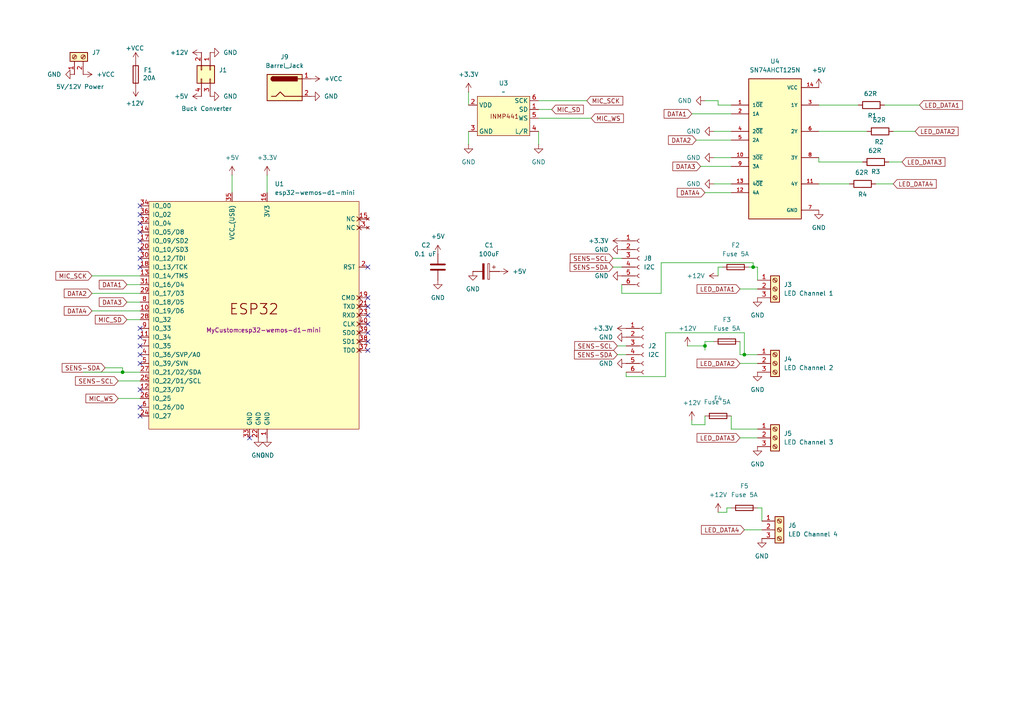
<source format=kicad_sch>
(kicad_sch (version 20250114) (generator "eeschema") (generator_version "9.0")
  (paper "A4")
  (lib_symbols
    (symbol "Connector:Barrel_Jack" (pin_names (offset 1.016))
      (property "Reference" "J" (at 0 5.334 0))
      (property "Value" "Barrel_Jack" (at 0 -5.08 0))
      (symbol "Barrel_Jack_0_1"
        (rectangle (start -5.08 3.81) (end 5.08 -3.81) (stroke (width 0.254)) (fill (type background)))
        (polyline (pts (xy -3.81 -2.54) (xy -2.54 -2.54) (xy -1.27 -1.27) (xy 0 -2.54) (xy 2.54 -2.54) (xy 5.08 -2.54)) (stroke (width 0.254)))
        (arc (start -3.302 1.905) (mid -3.9343 2.54) (end -3.302 3.175) (stroke (width 0.254)))
        (arc (start -3.302 1.905) (mid -3.9343 2.54) (end -3.302 3.175) (stroke (width 0.254)) (fill (type outline)))
        (rectangle (start 3.683 3.175) (end -3.302 1.905) (stroke (width 0.254)) (fill (type outline)))
        (polyline (pts (xy 5.08 2.54) (xy 3.81 2.54)) (stroke (width 0.254)))
      )
      (symbol "Barrel_Jack_1_1"
        (pin passive line (at 7.62 2.54 180) (length 2.54) (name "~") (number "1"))
        (pin passive line (at 7.62 -2.54 180) (length 2.54) (name "~") (number "2"))
      )
    )
    (symbol "Connector:Conn_01x06_Socket" (pin_names (offset 1.016) (hide yes))
      (property "Reference" "J" (at 0 7.62 0))
      (property "Value" "Conn_01x06_Socket" (at 0 -10.16 0))
      (symbol "Conn_01x06_Socket_1_1"
        (polyline (pts (xy -1.27 5.08) (xy -0.508 5.08)) (stroke (width 0.1524)))
        (polyline (pts (xy -1.27 2.54) (xy -0.508 2.54)) (stroke (width 0.1524)))
        (polyline (pts (xy -1.27 0) (xy -0.508 0)) (stroke (width 0.1524)))
        (polyline (pts (xy -1.27 -2.54) (xy -0.508 -2.54)) (stroke (width 0.1524)))
        (polyline (pts (xy -1.27 -5.08) (xy -0.508 -5.08)) (stroke (width 0.1524)))
        (polyline (pts (xy -1.27 -7.62) (xy -0.508 -7.62)) (stroke (width 0.1524)))
        (arc (start 0 4.572) (mid -0.5058 5.08) (end 0 5.588) (stroke (width 0.1524)))
        (arc (start 0 2.032) (mid -0.5058 2.54) (end 0 3.048) (stroke (width 0.1524)))
        (arc (start 0 -0.508) (mid -0.5058 0) (end 0 0.508) (stroke (width 0.1524)))
        (arc (start 0 -3.048) (mid -0.5058 -2.54) (end 0 -2.032) (stroke (width 0.1524)))
        (arc (start 0 -5.588) (mid -0.5058 -5.08) (end 0 -4.572) (stroke (width 0.1524)))
        (arc (start 0 -8.128) (mid -0.5058 -7.62) (end 0 -7.112) (stroke (width 0.1524)))
        (pin passive line (at -5.08 5.08 0) (length 3.81) (name "Pin_1") (number "1"))
        (pin passive line (at -5.08 2.54 0) (length 3.81) (name "Pin_2") (number "2"))
        (pin passive line (at -5.08 0 0) (length 3.81) (name "Pin_3") (number "3"))
        (pin passive line (at -5.08 -2.54 0) (length 3.81) (name "Pin_4") (number "4"))
        (pin passive line (at -5.08 -5.08 0) (length 3.81) (name "Pin_5") (number "5"))
        (pin passive line (at -5.08 -7.62 0) (length 3.81) (name "Pin_6") (number "6"))
      )
    )
    (symbol "Connector:Screw_Terminal_01x02" (pin_names (offset 1.016) (hide yes))
      (property "Reference" "J" (at 0 2.54 0))
      (property "Value" "Screw_Terminal_01x02" (at 0 -5.08 0))
      (symbol "Screw_Terminal_01x02_1_1"
        (rectangle (start -1.27 1.27) (end 1.27 -3.81) (stroke (width 0.254)) (fill (type background)))
        (polyline (pts (xy -0.5334 0.3302) (xy 0.3302 -0.508)) (stroke (width 0.1524)))
        (polyline (pts (xy -0.5334 -2.2098) (xy 0.3302 -3.048)) (stroke (width 0.1524)))
        (polyline (pts (xy -0.3556 0.508) (xy 0.508 -0.3302)) (stroke (width 0.1524)))
        (polyline (pts (xy -0.3556 -2.032) (xy 0.508 -2.8702)) (stroke (width 0.1524)))
        (circle (center 0 0) (radius 0.635) (stroke (width 0.1524)))
        (circle (center 0 -2.54) (radius 0.635) (stroke (width 0.1524)))
        (pin passive line (at -5.08 0 0) (length 3.81) (name "Pin_1") (number "1"))
        (pin passive line (at -5.08 -2.54 0) (length 3.81) (name "Pin_2") (number "2"))
      )
    )
    (symbol "Connector:Screw_Terminal_01x03" (pin_names (offset 1.016) (hide yes))
      (property "Reference" "J" (at 0 5.08 0))
      (property "Value" "Screw_Terminal_01x03" (at 0 -5.08 0))
      (symbol "Screw_Terminal_01x03_1_1"
        (rectangle (start -1.27 3.81) (end 1.27 -3.81) (stroke (width 0.254)) (fill (type background)))
        (polyline (pts (xy -0.5334 2.8702) (xy 0.3302 2.032)) (stroke (width 0.1524)))
        (polyline (pts (xy -0.5334 0.3302) (xy 0.3302 -0.508)) (stroke (width 0.1524)))
        (polyline (pts (xy -0.5334 -2.2098) (xy 0.3302 -3.048)) (stroke (width 0.1524)))
        (polyline (pts (xy -0.3556 3.048) (xy 0.508 2.2098)) (stroke (width 0.1524)))
        (polyline (pts (xy -0.3556 0.508) (xy 0.508 -0.3302)) (stroke (width 0.1524)))
        (polyline (pts (xy -0.3556 -2.032) (xy 0.508 -2.8702)) (stroke (width 0.1524)))
        (circle (center 0 2.54) (radius 0.635) (stroke (width 0.1524)))
        (circle (center 0 0) (radius 0.635) (stroke (width 0.1524)))
        (circle (center 0 -2.54) (radius 0.635) (stroke (width 0.1524)))
        (pin passive line (at -5.08 2.54 0) (length 3.81) (name "Pin_1") (number "1"))
        (pin passive line (at -5.08 0 0) (length 3.81) (name "Pin_2") (number "2"))
        (pin passive line (at -5.08 -2.54 0) (length 3.81) (name "Pin_3") (number "3"))
      )
    )
    (symbol "Connector_Generic:Conn_02x02_Row_Letter_Last" (pin_names (offset 1.016) (hide yes))
      (property "Reference" "J2" (at 1.27 6.35 0))
      (property "Value" "Buck Converter" (at 1.27 3.81 0))
      (symbol "Conn_02x02_Row_Letter_Last_1_1"
        (rectangle (start -1.27 1.27) (end 3.81 -3.81) (stroke (width 0.254)) (fill (type background)))
        (rectangle (start -1.27 0.127) (end 0 -0.127) (stroke (width 0.1524)))
        (rectangle (start -1.27 -2.413) (end 0 -2.667) (stroke (width 0.1524)))
        (rectangle (start 3.81 0.127) (end 2.54 -0.127) (stroke (width 0.1524)))
        (rectangle (start 3.81 -2.413) (end 2.54 -2.667) (stroke (width 0.1524)))
        (pin input line (at -5.08 0 0) (length 3.81) (name "1") (number "1"))
        (pin input line (at -5.08 -2.54 0) (length 3.81) (name "2") (number "2"))
        (pin output line (at 7.62 0 180) (length 3.81) (name "3") (number "3"))
        (pin output line (at 7.62 -2.54 180) (length 3.81) (name "4") (number "4"))
      )
    )
    (symbol "Device:Fuse" (pin_numbers (hide yes)) (pin_names (offset 0))
      (property "Reference" "F" (at 2.032 0 90))
      (property "Value" "Fuse" (at -1.905 0 90))
      (symbol "Fuse_0_1"
        (rectangle (start -0.762 -2.54) (end 0.762 2.54) (stroke (width 0.254)))
        (polyline (pts (xy 0 2.54) (xy 0 -2.54)))
      )
      (symbol "Fuse_1_1"
        (pin passive line (at 0 3.81 270) (length 1.27) (name "~") (number "1"))
        (pin passive line (at 0 -3.81 90) (length 1.27) (name "~") (number "2"))
      )
    )
    (symbol "Device:R" (pin_numbers (hide yes)) (pin_names (offset 0))
      (property "Reference" "R" (at 2.032 0 90))
      (property "Value" "R" (at 0 0 90))
      (symbol "R_0_1"
        (rectangle (start -1.016 -2.54) (end 1.016 2.54) (stroke (width 0.254)))
      )
      (symbol "R_1_1"
        (pin passive line (at 0 3.81 270) (length 1.27) (name "~") (number "1"))
        (pin passive line (at 0 -3.81 90) (length 1.27) (name "~") (number "2"))
      )
    )
    (symbol "My_custom:CP_Radial_D10.0mm_P5.00mm" (pin_numbers (hide yes)) (pin_names (offset 0.254))
      (property "Reference" "C" (at 0.635 2.54 0))
      (property "Value" "CP_Radial_D10.0mm_P5.00mm" (at 0.635 -2.54 0))
      (symbol "CP_Radial_D10.0mm_P5.00mm_0_1"
        (rectangle (start -2.286 1.016) (end 2.286 0.508))
        (polyline (pts (xy -1.778 2.286) (xy -0.762 2.286)))
        (polyline (pts (xy -1.27 2.794) (xy -1.27 1.778)))
        (rectangle (start 2.286 -0.508) (end -2.286 -1.016) (fill (type outline)))
      )
      (symbol "CP_Radial_D10.0mm_P5.00mm_0_2"
        (polyline (pts (xy -2.54 -2.54) (xy -0.6604 -0.6604)))
        (polyline (pts (xy -1.8796 0.6096) (xy 0.6096 -1.8796) (xy 0.9652 -1.524) (xy -1.524 0.9652) (xy -1.8796 0.6096)) (fill (type outline)))
        (polyline (pts (xy -0.9652 1.524) (xy 1.524 -0.9652) (xy 1.8796 -0.6096) (xy -0.6096 1.8796) (xy -0.9652 1.524)))
        (polyline (pts (xy 0 2.032) (xy 1.016 2.032)))
        (polyline (pts (xy 0.508 2.54) (xy 0.508 1.524)))
        (polyline (pts (xy 0.6604 0.6604) (xy 2.54 2.54)))
      )
      (symbol "CP_Radial_D10.0mm_P5.00mm_1_1"
        (pin passive line (at 0 3.81 270) (length 2.794) (name "~") (number "1"))
        (pin passive line (at 0 -3.81 90) (length 2.794) (name "~") (number "2"))
      )
      (symbol "CP_Radial_D10.0mm_P5.00mm_1_2"
        (pin passive line (at -2.54 -2.54 90) (length 0) (name "~") (number "2"))
        (pin passive line (at 2.54 2.54 270) (length 0) (name "~") (number "1"))
      )
    )
    (symbol "My_custom:GND" (power) (pin_numbers (hide yes)) (pin_names (offset 0) (hide yes))
      (property "Value" "GND" (at 0 -3.81 0))
      (symbol "GND_0_1"
        (polyline (pts (xy 0 0) (xy 0 -1.27) (xy 1.27 -1.27) (xy 0 -2.54) (xy -1.27 -1.27) (xy 0 -1.27)))
      )
      (symbol "GND_1_1"
        (pin power_in line (at 0 0 270) (length 0) (name "~") (number "1"))
      )
    )
    (symbol "My_custom:INMP441"
      (property "Reference" "U" (at 0.508 -1.27 0))
      (symbol "INMP441_0_1"
        (polyline (pts (xy 0 0) (xy 0 11.43) (xy 13.97 11.43) (xy 15.24 11.43) (xy 15.24 0) (xy 0 0)) (fill (type background)))
      )
      (symbol "INMP441_1_1"
        (text "INMP441" (at 7.874 5.588 0) (effects (font (size 1.27 1.27))))
        (pin input line (at -2.54 8.89 0) (length 2.54) (name "VDD") (number "2"))
        (pin input line (at -2.54 1.27 0) (length 2.54) (name "GND") (number "3"))
        (pin input line (at 17.78 10.16 180) (length 2.54) (name "SCK") (number "6"))
        (pin output line (at 17.78 7.62 180) (length 2.54) (name "SD") (number "1"))
        (pin output line (at 17.78 5.08 180) (length 2.54) (name "WS") (number "5"))
        (pin input line (at 17.78 1.27 180) (length 2.54) (name "L/R") (number "4"))
      )
    )
    (symbol "PCM_Capacitor_AKL:C_Disc_D3.0mm_W1.6mm_P2.50mm" (pin_numbers (hide yes)) (pin_names (offset 0.254))
      (property "Reference" "C" (at 0.635 2.54 0))
      (property "Value" "C_Disc_D3.0mm_W1.6mm_P2.50mm" (at 0.635 -2.54 0))
      (symbol "C_Disc_D3.0mm_W1.6mm_P2.50mm_0_1"
        (polyline (pts (xy -2.032 0.762) (xy 2.032 0.762)) (stroke (width 0.508)))
        (polyline (pts (xy -2.032 -0.762) (xy 2.032 -0.762)) (stroke (width 0.508)))
      )
      (symbol "C_Disc_D3.0mm_W1.6mm_P2.50mm_0_2"
        (polyline (pts (xy -2.54 -2.54) (xy -0.381 -0.381)))
        (polyline (pts (xy -0.508 -0.508) (xy -1.651 0.635)) (stroke (width 0.508)))
        (polyline (pts (xy -0.508 -0.508) (xy 0.635 -1.651)) (stroke (width 0.508)))
        (polyline (pts (xy 0.381 0.381) (xy 2.54 2.54)))
        (polyline (pts (xy 0.508 0.508) (xy -0.635 1.651)) (stroke (width 0.508)))
        (polyline (pts (xy 0.508 0.508) (xy 1.651 -0.635)) (stroke (width 0.508)))
      )
      (symbol "C_Disc_D3.0mm_W1.6mm_P2.50mm_1_1"
        (pin passive line (at 0 3.81 270) (length 2.794) (name "~") (number "1"))
        (pin passive line (at 0 -3.81 90) (length 2.794) (name "~") (number "2"))
      )
      (symbol "C_Disc_D3.0mm_W1.6mm_P2.50mm_1_2"
        (pin passive line (at -2.54 -2.54 90) (length 0) (name "~") (number "2"))
        (pin passive line (at 2.54 2.54 270) (length 0) (name "~") (number "1"))
      )
    )
    (symbol "SN74AHCT125N:SN74AHCT125N" (pin_names (offset 1.016))
      (property "Reference" "U" (at -7.62 21.082 0))
      (property "Value" "SN74AHCT125N" (at -7.62 -22.86 0))
      (symbol "SN74AHCT125N_0_0"
        (rectangle (start -7.62 -20.32) (end 7.62 20.32) (stroke (width 0.254)) (fill (type background)))
        (pin input line (at -12.7 12.7 0) (length 5.08) (name "1~{OE}") (number "1"))
        (pin input line (at -12.7 10.16 0) (length 5.08) (name "1A") (number "2"))
        (pin input line (at -12.7 5.08 0) (length 5.08) (name "2~{OE}") (number "4"))
        (pin input line (at -12.7 2.54 0) (length 5.08) (name "2A") (number "5"))
        (pin input line (at -12.7 -2.54 0) (length 5.08) (name "3~{OE}") (number "10"))
        (pin input line (at -12.7 -5.08 0) (length 5.08) (name "3A") (number "9"))
        (pin input line (at -12.7 -10.16 0) (length 5.08) (name "4~{OE}") (number "13"))
        (pin input line (at -12.7 -12.7 0) (length 5.08) (name "4A") (number "12"))
        (pin power_in line (at 12.7 17.78 180) (length 5.08) (name "VCC") (number "14"))
        (pin output line (at 12.7 12.7 180) (length 5.08) (name "1Y") (number "3"))
        (pin output line (at 12.7 5.08 180) (length 5.08) (name "2Y") (number "6"))
        (pin output line (at 12.7 -2.54 180) (length 5.08) (name "3Y") (number "8"))
        (pin output line (at 12.7 -10.16 180) (length 5.08) (name "4Y") (number "11"))
        (pin power_in line (at 12.7 -17.78 180) (length 5.08) (name "GND") (number "7"))
      )
    )
    (symbol "esp32-wemos-d1-mini:esp32-wemos-d1-mini" (pin_names (offset 1.016))
      (property "Reference" "U3" (at 36.4841 71.12 0))
      (property "Value" "esp32-wemos-d1-mini" (at 36.4841 68.58 0))
      (symbol "esp32-wemos-d1-mini_0_0"
        (pin bidirectional line (at -2.54 21.59 0) (length 2.54) (name "IO_36/SVP/A0") (number "4"))
        (pin bidirectional line (at -2.54 19.05 0) (length 2.54) (name "IO_39/SVN") (number "5"))
        (pin power_in line (at 34.29 -2.54 90) (length 2.54) (name "GND") (number "1"))
        (pin no_connect non_logic (at 63.5 58.42 180) (length 2.54) (name "NC") (number "3"))
        (pin input line (at 63.5 46.99 180) (length 2.54) (name "RST") (number "2"))
      )
      (symbol "esp32-wemos-d1-mini_0_1"
        (rectangle (start 0 66.04) (end 60.96 0) (fill (type background)))
      )
      (symbol "esp32-wemos-d1-mini_1_0"
        (text "ESP32" (at 30.48 34.798 0) (effects (font (size 3 3) (thickness 0.254) (bold yes))))
      )
      (symbol "esp32-wemos-d1-mini_1_1"
        (pin bidirectional line (at -2.54 64.77 0) (length 2.54) (name "IO_00") (number "34"))
        (pin bidirectional line (at -2.54 62.23 0) (length 2.54) (name "IO_02") (number "36"))
        (pin bidirectional line (at -2.54 59.69 0) (length 2.54) (name "IO_04") (number "32"))
        (pin bidirectional line (at -2.54 57.15 0) (length 2.54) (name "IO_05/D8") (number "14"))
        (pin bidirectional line (at -2.54 54.61 0) (length 2.54) (name "IO_09/SD2") (number "17"))
        (pin bidirectional line (at -2.54 52.07 0) (length 2.54) (name "IO_10/SD3") (number "20"))
        (pin bidirectional line (at -2.54 49.53 0) (length 2.54) (name "IO_12/TDI") (number "30"))
        (pin bidirectional line (at -2.54 46.99 0) (length 2.54) (name "IO_13/TCK") (number "18"))
        (pin bidirectional line (at -2.54 44.45 0) (length 2.54) (name "IO_14/TMS") (number "13"))
        (pin bidirectional line (at -2.54 41.91 0) (length 2.54) (name "IO_16/D4") (number "31"))
        (pin bidirectional line (at -2.54 39.37 0) (length 2.54) (name "IO_17/D3") (number "29"))
        (pin bidirectional line (at -2.54 36.83 0) (length 2.54) (name "IO_18/D5") (number "8"))
        (pin bidirectional line (at -2.54 34.29 0) (length 2.54) (name "IO_19/D6") (number "10"))
        (pin bidirectional line (at -2.54 31.75 0) (length 2.54) (name "IO_32") (number "28"))
        (pin bidirectional line (at -2.54 29.21 0) (length 2.54) (name "IO_33") (number "9"))
        (pin bidirectional line (at -2.54 26.67 0) (length 2.54) (name "IO_34") (number "11"))
        (pin bidirectional line (at -2.54 24.13 0) (length 2.54) (name "IO_35") (number "7"))
        (pin bidirectional line (at -2.54 16.51 0) (length 2.54) (name "IO_21/D2/SDA") (number "27"))
        (pin bidirectional line (at -2.54 13.97 0) (length 2.54) (name "IO_22/D1/SCL") (number "25"))
        (pin bidirectional line (at -2.54 11.43 0) (length 2.54) (name "IO_23/D7") (number "12"))
        (pin bidirectional line (at -2.54 8.89 0) (length 2.54) (name "IO_25") (number "26"))
        (pin bidirectional line (at -2.54 6.35 0) (length 2.54) (name "IO_26/D0") (number "6"))
        (pin bidirectional line (at -2.54 3.81 0) (length 2.54) (name "IO_27") (number "24"))
        (pin power_in line (at 24.13 68.58 270) (length 2.54) (name "VCC_(USB)") (number "35"))
        (pin power_in line (at 29.21 -2.54 90) (length 2.54) (name "GND") (number "33"))
        (pin power_in line (at 31.75 -2.54 90) (length 2.54) (name "GND") (number "22"))
        (pin power_in line (at 34.29 68.58 270) (length 2.54) (name "3V3") (number "16"))
        (pin no_connect non_logic (at 63.5 60.96 180) (length 2.54) (name "NC") (number "15"))
        (pin passive non_logic (at 63.5 38.1 180) (length 2.54) (name "CMD") (number "19"))
        (pin passive non_logic (at 63.5 35.56 180) (length 2.54) (name "TXD") (number "21"))
        (pin passive non_logic (at 63.5 33.02 180) (length 2.54) (name "RXD") (number "23"))
        (pin passive non_logic (at 63.5 30.48 180) (length 2.54) (name "CLK") (number "40"))
        (pin passive non_logic (at 63.5 27.94 180) (length 2.54) (name "SD0") (number "39"))
        (pin passive non_logic (at 63.5 25.4 180) (length 2.54) (name "SD1") (number "38"))
        (pin passive non_logic (at 63.5 22.86 180) (length 2.54) (name "TD0") (number "37"))
      )
    )
    (symbol "power:+12V" (power) (pin_numbers (hide yes)) (pin_names (offset 0) (hide yes))
      (property "Value" "+12V" (at 0 3.556 0))
      (symbol "+12V_0_1"
        (polyline (pts (xy -0.762 1.27) (xy 0 2.54)))
        (polyline (pts (xy 0 2.54) (xy 0.762 1.27)))
        (polyline (pts (xy 0 0) (xy 0 2.54)))
      )
      (symbol "+12V_1_1"
        (pin power_in line (at 0 0 90) (length 0) (name "~") (number "1"))
      )
    )
    (symbol "power:+3.3V" (power) (pin_numbers (hide yes)) (pin_names (offset 0) (hide yes))
      (property "Value" "+3.3V" (at 0 3.556 0))
      (symbol "+3.3V_0_1"
        (polyline (pts (xy -0.762 1.27) (xy 0 2.54)))
        (polyline (pts (xy 0 2.54) (xy 0.762 1.27)))
        (polyline (pts (xy 0 0) (xy 0 2.54)))
      )
      (symbol "+3.3V_1_1"
        (pin power_in line (at 0 0 90) (length 0) (name "~") (number "1"))
      )
    )
    (symbol "power:+5V" (power) (pin_numbers (hide yes)) (pin_names (offset 0) (hide yes))
      (property "Value" "+5V" (at 0 3.556 0))
      (symbol "+5V_0_1"
        (polyline (pts (xy -0.762 1.27) (xy 0 2.54)))
        (polyline (pts (xy 0 2.54) (xy 0.762 1.27)))
        (polyline (pts (xy 0 0) (xy 0 2.54)))
      )
      (symbol "+5V_1_1"
        (pin power_in line (at 0 0 90) (length 0) (name "~") (number "1"))
      )
    )
  )
  (junction (at 215.9 102.87))
  (junction (at 218.44 77.47))
  (junction (at 204.47 100.33))
  (junction (at 35.56 107.95))
  (no_connect (at 40.64 102.87))
  (no_connect (at 40.64 59.69))
  (no_connect (at 40.64 77.47))
  (no_connect (at 40.64 62.23))
  (no_connect (at 40.64 74.93))
  (no_connect (at 40.64 95.25))
  (no_connect (at 40.64 113.03))
  (no_connect (at 40.64 118.11))
  (no_connect (at 40.64 97.79))
  (no_connect (at 40.64 64.77))
  (no_connect (at 106.68 91.44))
  (no_connect (at 40.64 120.65))
  (no_connect (at 40.64 67.31))
  (no_connect (at 40.64 100.33))
  (no_connect (at 40.64 105.41))
  (no_connect (at 40.64 72.39))
  (no_connect (at 106.68 88.9))
  (no_connect (at 106.68 86.36))
  (no_connect (at 106.68 99.06))
  (no_connect (at 106.68 101.6))
  (no_connect (at 40.64 69.85))
  (no_connect (at 106.68 77.47))
  (no_connect (at 106.68 96.52))
  (no_connect (at 106.68 93.98))
  (no_connect (at 72.39 127))
  (wire (pts (xy 214.63 83.82) (xy 219.71 83.82)))
  (wire (pts (xy 179.07 102.87) (xy 181.61 102.87)))
  (wire (pts (xy 212.09 147.32) (xy 210.82 147.32)))
  (wire (pts (xy 180.34 82.55) (xy 180.34 85.09)))
  (wire (pts (xy 207.01 99.06) (xy 204.47 99.06)))
  (wire (pts (xy 217.17 77.47) (xy 218.44 77.47)))
  (wire (pts (xy 215.9 153.67) (xy 220.98 153.67)))
  (wire (pts (xy 219.71 77.47) (xy 219.71 81.28)))
  (wire (pts (xy 177.8 74.93) (xy 180.34 74.93)))
  (wire (pts (xy 210.82 148.59) (xy 208.28 148.59)))
  (wire (pts (xy 160.02 31.75) (xy 156.21 31.75)))
  (wire (pts (xy 254 53.34) (xy 259.08 53.34)))
  (wire (pts (xy 218.44 76.2) (xy 218.44 77.47)))
  (wire (pts (xy 214.63 99.06) (xy 214.63 102.87)))
  (wire (pts (xy 210.82 147.32) (xy 210.82 148.59)))
  (wire (pts (xy 212.09 120.65) (xy 212.09 124.46)))
  (wire (pts (xy 219.71 124.46) (xy 212.09 124.46)))
  (wire (pts (xy 135.89 26.67) (xy 135.89 30.48)))
  (wire (pts (xy 237.49 30.48) (xy 248.92 30.48)))
  (wire (pts (xy 77.47 50.8) (xy 77.47 55.88)))
  (wire (pts (xy 200.66 121.92) (xy 200.66 123.19)))
  (wire (pts (xy 180.34 85.09) (xy 191.77 85.09)))
  (wire (pts (xy 34.29 110.49) (xy 40.64 110.49)))
  (wire (pts (xy 208.28 29.21) (xy 208.28 30.48)))
  (wire (pts (xy 26.67 80.01) (xy 40.64 80.01)))
  (wire (pts (xy 26.67 85.09) (xy 40.64 85.09)))
  (wire (pts (xy 209.55 77.47) (xy 208.28 77.47)))
  (wire (pts (xy 218.44 77.47) (xy 219.71 77.47)))
  (wire (pts (xy 200.66 123.19) (xy 204.47 123.19)))
  (wire (pts (xy 171.45 34.29) (xy 156.21 34.29)))
  (wire (pts (xy 208.28 77.47) (xy 208.28 80.01)))
  (wire (pts (xy 40.64 82.55) (xy 36.83 82.55)))
  (wire (pts (xy 204.47 99.06) (xy 204.47 100.33)))
  (wire (pts (xy 201.93 40.64) (xy 212.09 40.64)))
  (wire (pts (xy 208.28 30.48) (xy 212.09 30.48)))
  (wire (pts (xy 181.61 109.22) (xy 193.04 109.22)))
  (wire (pts (xy 191.77 85.09) (xy 191.77 76.2)))
  (wire (pts (xy 237.49 53.34) (xy 246.38 53.34)))
  (wire (pts (xy 193.04 109.22) (xy 193.04 96.52)))
  (wire (pts (xy 200.66 33.02) (xy 212.09 33.02)))
  (wire (pts (xy 219.71 147.32) (xy 220.98 147.32)))
  (wire (pts (xy 215.9 102.87) (xy 214.63 102.87)))
  (wire (pts (xy 220.98 147.32) (xy 220.98 151.13)))
  (wire (pts (xy 257.81 46.99) (xy 261.62 46.99)))
  (wire (pts (xy 135.89 41.91) (xy 135.89 38.1)))
  (wire (pts (xy 204.47 55.88) (xy 212.09 55.88)))
  (wire (pts (xy 214.63 105.41) (xy 219.71 105.41)))
  (wire (pts (xy 215.9 96.52) (xy 215.9 102.87)))
  (wire (pts (xy 237.49 38.1) (xy 251.46 38.1)))
  (wire (pts (xy 177.8 77.47) (xy 180.34 77.47)))
  (wire (pts (xy 36.83 87.63) (xy 40.64 87.63)))
  (wire (pts (xy 191.77 76.2) (xy 218.44 76.2)))
  (wire (pts (xy 203.2 48.26) (xy 212.09 48.26)))
  (wire (pts (xy 237.49 46.99) (xy 250.19 46.99)))
  (wire (pts (xy 179.07 100.33) (xy 181.61 100.33)))
  (wire (pts (xy 34.29 115.57) (xy 40.64 115.57)))
  (wire (pts (xy 67.31 50.8) (xy 67.31 55.88)))
  (wire (pts (xy 237.49 46.99) (xy 237.49 45.72)))
  (wire (pts (xy 204.47 100.33) (xy 204.47 101.6)))
  (wire (pts (xy 24.13 107.95) (xy 35.56 107.95)))
  (wire (pts (xy 204.47 120.65) (xy 204.47 123.19)))
  (wire (pts (xy 256.54 30.48) (xy 266.7 30.48)))
  (wire (pts (xy 204.47 29.21) (xy 208.28 29.21)))
  (wire (pts (xy 199.39 100.33) (xy 204.47 100.33)))
  (wire (pts (xy 207.01 53.34) (xy 212.09 53.34)))
  (wire (pts (xy 207.01 45.72) (xy 212.09 45.72)))
  (wire (pts (xy 170.18 29.21) (xy 156.21 29.21)))
  (wire (pts (xy 181.61 107.95) (xy 181.61 109.22)))
  (wire (pts (xy 219.71 102.87) (xy 215.9 102.87)))
  (wire (pts (xy 259.08 38.1) (xy 265.43 38.1)))
  (wire (pts (xy 156.21 41.91) (xy 156.21 38.1)))
  (wire (pts (xy 26.67 90.17) (xy 40.64 90.17)))
  (wire (pts (xy 193.04 96.52) (xy 215.9 96.52)))
  (wire (pts (xy 35.56 106.68) (xy 30.48 106.68)))
  (wire (pts (xy 35.56 107.95) (xy 35.56 106.68)))
  (wire (pts (xy 214.63 127) (xy 219.71 127)))
  (wire (pts (xy 36.83 92.71) (xy 40.64 92.71)))
  (wire (pts (xy 35.56 107.95) (xy 40.64 107.95)))
  (wire (pts (xy 207.01 38.1) (xy 212.09 38.1)))
  (global_label "MIC_WS" (shape input) (at 34.29 115.57 180) (property "Intersheetrefs" "${INTERSHEET_REFS}" (effects (hide yes))))
  (global_label "SENS-SCL" (shape input) (at 179.07 100.33 180) (property "Intersheetrefs" "${INTERSHEET_REFS}" (effects (hide yes))))
  (global_label "SENS-SCL" (shape input) (at 177.8 74.93 180) (property "Intersheetrefs" "${INTERSHEET_REFS}" (effects (hide yes))))
  (global_label "SENS-SDA" (shape input) (at 30.48 106.68 180) (property "Intersheetrefs" "${INTERSHEET_REFS}" (effects (hide yes))))
  (global_label "MIC_WS" (shape input) (at 171.45 34.29 0) (property "Intersheetrefs" "${INTERSHEET_REFS}" (effects (hide yes))))
  (global_label "LED_DATA4" (shape input) (at 259.08 53.34 0) (property "Intersheetrefs" "${INTERSHEET_REFS}" (effects (hide yes))))
  (global_label "DATA4" (shape input) (at 204.47 55.88 180) (property "Intersheetrefs" "${INTERSHEET_REFS}" (effects (hide yes))))
  (global_label "DATA2" (shape input) (at 201.93 40.64 180) (property "Intersheetrefs" "${INTERSHEET_REFS}" (effects (hide yes))))
  (global_label "LED_DATA2" (shape input) (at 265.43 38.1 0) (property "Intersheetrefs" "${INTERSHEET_REFS}" (effects (hide yes))))
  (global_label "MIC_SD" (shape input) (at 160.02 31.75 0) (property "Intersheetrefs" "${INTERSHEET_REFS}" (effects (hide yes))))
  (global_label "DATA3" (shape input) (at 203.2 48.26 180) (property "Intersheetrefs" "${INTERSHEET_REFS}" (effects (hide yes))))
  (global_label "SENS-SDA" (shape input) (at 179.07 102.87 180) (property "Intersheetrefs" "${INTERSHEET_REFS}" (effects (hide yes))))
  (global_label "DATA1" (shape input) (at 36.83 82.55 180) (property "Intersheetrefs" "${INTERSHEET_REFS}" (effects (hide yes))))
  (global_label "DATA2" (shape input) (at 26.67 85.09 180) (property "Intersheetrefs" "${INTERSHEET_REFS}" (effects (hide yes))))
  (global_label "MIC_SCK" (shape input) (at 26.67 80.01 180) (property "Intersheetrefs" "${INTERSHEET_REFS}" (effects (hide yes))))
  (global_label "LED_DATA2" (shape input) (at 214.63 105.41 180) (property "Intersheetrefs" "${INTERSHEET_REFS}" (effects (hide yes))))
  (global_label "LED_DATA1" (shape input) (at 266.7 30.48 0) (property "Intersheetrefs" "${INTERSHEET_REFS}" (effects (hide yes))))
  (global_label "DATA4" (shape input) (at 26.67 90.17 180) (property "Intersheetrefs" "${INTERSHEET_REFS}" (effects (hide yes))))
  (global_label "LED_DATA1" (shape input) (at 214.63 83.82 180) (property "Intersheetrefs" "${INTERSHEET_REFS}" (effects (hide yes))))
  (global_label "SENS-SCL" (shape input) (at 34.29 110.49 180) (property "Intersheetrefs" "${INTERSHEET_REFS}" (effects (hide yes))))
  (global_label "LED_DATA4" (shape input) (at 215.9 153.67 180) (property "Intersheetrefs" "${INTERSHEET_REFS}" (effects (hide yes))))
  (global_label "LED_DATA3" (shape input) (at 214.63 127 180) (property "Intersheetrefs" "${INTERSHEET_REFS}" (effects (hide yes))))
  (global_label "MIC_SCK" (shape input) (at 170.18 29.21 0) (property "Intersheetrefs" "${INTERSHEET_REFS}" (effects (hide yes))))
  (global_label "DATA1" (shape input) (at 200.66 33.02 180) (property "Intersheetrefs" "${INTERSHEET_REFS}" (effects (hide yes))))
  (global_label "MIC_SD" (shape input) (at 36.83 92.71 180) (property "Intersheetrefs" "${INTERSHEET_REFS}" (effects (hide yes))))
  (global_label "SENS-SDA" (shape input) (at 177.8 77.47 180) (property "Intersheetrefs" "${INTERSHEET_REFS}" (effects (hide yes))))
  (global_label "LED_DATA3" (shape input) (at 261.62 46.99 0) (property "Intersheetrefs" "${INTERSHEET_REFS}" (effects (hide yes))))
  (global_label "DATA3" (shape input) (at 36.83 87.63 180) (property "Intersheetrefs" "${INTERSHEET_REFS}" (effects (hide yes))))
  (symbol (lib_id "My_custom:GND") (at 181.61 105.41 270) (unit 1)
    (property "Reference" "#PWR033" (effects (hide yes)))
    (property "Value" "GND" (at 177.8 105.4099 90) (effects (justify right)))
    (property "Description" "Power symbol creates a global label with name \"GND\" , ground" (effects (hide yes)))
  )
  (symbol (lib_id "power:+12V") (at 58.42 15.24 90) (unit 1)
    (property "Reference" "#PWR038" (effects (hide yes)))
    (property "Value" "+12V" (at 54.61 15.2399 90) (effects (justify left)))
    (property "Description" "Power symbol creates a global label with name \"+12V\"" (effects (hide yes)))
  )
  (symbol (lib_id "esp32-wemos-d1-mini:esp32-wemos-d1-mini") (at 43.18 124.46 0) (unit 1)
    (property "Reference" "U1" (at 79.6641 53.34 0) (effects (justify left)))
    (property "Value" "esp32-wemos-d1-mini" (at 79.6641 55.88 0) (effects (justify left)))
    (property "Footprint" "MyCustom:esp32-wemos-d1-mini" (at 76.454 95.758 0))
  )
  (symbol (lib_id "My_custom:GND") (at 181.61 97.79 270) (unit 1)
    (property "Reference" "#PWR02" (effects (hide yes)))
    (property "Value" "GND" (at 177.8 97.7899 90) (effects (justify right)))
    (property "Description" "Power symbol creates a global label with name \"GND\" , ground" (effects (hide yes)))
  )
  (symbol (lib_id "Connector:Conn_01x06_Socket") (at 186.69 100.33 0) (unit 1)
    (property "Reference" "J2" (at 187.96 100.3299 0) (effects (justify left)))
    (property "Value" "I2C" (at 187.96 102.8699 0) (effects (justify left)))
    (property "Footprint" "Connector_PinHeader_2.54mm:PinHeader_1x06_P2.54mm_Vertical" (effects (hide yes)))
    (property "Description" "Generic connector, single row, 01x06, script generated" (effects (hide yes)))
  )
  (symbol (lib_id "Device:R") (at 255.27 38.1 90) (unit 1)
    (property "Reference" "R2" (at 255.016 41.148 90))
    (property "Value" "62R" (at 255.016 34.798 90))
    (property "Footprint" "PCM_Resistor_THT_AKL:R_Axial_DIN0207_L6.3mm_D2.5mm_P10.16mm_Horizontal" (effects (hide yes)))
    (property "Description" "Resistor" (effects (hide yes)))
  )
  (symbol (lib_id "My_custom:GND") (at 219.71 129.54 0) (unit 1)
    (property "Reference" "#PWR015" (effects (hide yes)))
    (property "Value" "GND" (at 219.71 134.62 0))
    (property "Description" "Power symbol creates a global label with name \"GND\" , ground" (effects (hide yes)))
  )
  (symbol (lib_id "Connector:Barrel_Jack") (at 82.55 25.4 0) (unit 1)
    (property "Reference" "J9" (at 82.55 16.51 0))
    (property "Value" "Barrel_Jack" (at 82.55 19.05 0))
    (property "Footprint" "Connector_BarrelJack:BarrelJack_Horizontal" (effects (hide yes)))
    (property "Description" "DC Barrel Jack" (effects (hide yes)))
  )
  (symbol (lib_id "Device:Fuse") (at 39.37 21.59 0) (unit 1)
    (property "Reference" "F1" (at 41.656 20.32 0) (effects (justify left)))
    (property "Value" "20A" (at 41.402 22.606 0) (effects (justify left)))
    (property "Footprint" "Fuse:Fuseholder_Blade_Mini_Keystone_3568" (effects (hide yes)))
    (property "Description" "Fuse" (effects (hide yes)))
  )
  (symbol (lib_id "My_custom:GND") (at 135.89 41.91 0) (unit 1)
    (property "Reference" "#PWR022" (effects (hide yes)))
    (property "Value" "GND" (at 135.89 46.99 0))
    (property "Description" "Power symbol creates a global label with name \"GND\" , ground" (effects (hide yes)))
  )
  (symbol (lib_id "Connector:Screw_Terminal_01x02") (at 21.59 16.51 90) (unit 1)
    (property "Reference" "J7" (at 26.67 15.2399 90) (effects (justify right)))
    (property "Value" "5V/12V Power" (at 16.256 25.146 90) (effects (justify right)))
    (property "Footprint" "1935161:PHOENIX_1935161" (effects (hide yes)))
    (property "Description" "Generic screw terminal, single row, 01x02, script generated (kicad-library-utils/schlib/autogen/connector/)" (effects (hide yes)))
  )
  (symbol (lib_id "My_custom:GND") (at 207.01 45.72 270) (unit 1)
    (property "Reference" "#PWR030" (effects (hide yes)))
    (property "Value" "GND" (at 203.2 45.7199 90) (effects (justify right)))
    (property "Description" "Power symbol creates a global label with name \"GND\" , ground" (effects (hide yes)))
  )
  (symbol (lib_id "Device:Fuse") (at 208.28 120.65 90) (unit 1)
    (property "Reference" "F4" (at 208.28 115.57 90))
    (property "Value" "Fuse 5A" (at 208.026 116.586 90))
    (property "Footprint" "Fuse:Fuse_Littelfuse-NANO2-451_453" (effects (hide yes)))
    (property "Description" "Fuse" (effects (hide yes)))
  )
  (symbol (lib_id "My_custom:GND") (at 204.47 29.21 270) (unit 1)
    (property "Reference" "#PWR028" (effects (hide yes)))
    (property "Value" "GND" (at 200.66 29.2099 90) (effects (justify right)))
    (property "Description" "Power symbol creates a global label with name \"GND\" , ground" (effects (hide yes)))
  )
  (symbol (lib_id "My_custom:GND") (at 77.47 127 0) (unit 1)
    (property "Reference" "#PWR032" (effects (hide yes)))
    (property "Value" "GND" (at 77.47 132.08 0))
    (property "Description" "Power symbol creates a global label with name \"GND\" , ground" (effects (hide yes)))
  )
  (symbol (lib_id "power:+12V") (at 39.37 17.78 0) (unit 1)
    (property "Reference" "#PWR011" (effects (hide yes)))
    (property "Value" "+VCC" (at 39.116 13.97 0))
    (property "Description" "Power symbol creates a global label with name \"+12V\"" (effects (hide yes)))
  )
  (symbol (lib_id "SN74AHCT125N:SN74AHCT125N") (at 224.79 43.18 0) (unit 1)
    (property "Reference" "U4" (at 224.79 17.78 0))
    (property "Value" "SN74AHCT125N" (at 224.79 20.32 0))
    (property "Footprint" "SN74AHCT125N:DIP794W45P254L1930H508Q14" (effects (hide yes)))
    (property "DigiKey_Part_Number" "2156-SN74AHCT125N-ND" (effects (hide yes)))
    (property "SnapEDA_Link" "https://www.snapeda.com/parts/SN74AHCT125N/Texas+Instruments/view-part/?ref=snap" (effects (hide yes)))
    (property "MAXIMUM_PACKAGE_HEIGHT" "5.08mm" (effects (hide yes)))
    (property "Package" "PDIP-14 Texas Instruments" (effects (hide yes)))
    (property "Check_prices" "https://www.snapeda.com/parts/SN74AHCT125N/Texas+Instruments/view-part/?ref=eda" (effects (hide yes)))
    (property "STANDARD" "Manufacturer Recommendations" (effects (hide yes)))
    (property "PARTREV" "Q" (effects (hide yes)))
    (property "MF" "Texas Instruments" (effects (hide yes)))
    (property "MP" "SN74AHCT125N" (effects (hide yes)))
    (property "Description_1" "\n                        \n                            4-ch, 4.5-V to 5.5-V buffers with TTL-compatible CMOS inputs and 3-state outputs\n                        \n" (effects (hide yes)))
    (property "MANUFACTURER" "Texas Instruments" (effects (hide yes)))
  )
  (symbol (lib_id "My_custom:GND") (at 207.01 53.34 270) (unit 1)
    (property "Reference" "#PWR031" (effects (hide yes)))
    (property "Value" "GND" (at 203.2 53.3399 90) (effects (justify right)))
    (property "Description" "Power symbol creates a global label with name \"GND\" , ground" (effects (hide yes)))
  )
  (symbol (lib_id "Device:R") (at 254 46.99 90) (unit 1)
    (property "Reference" "R3" (at 254 49.784 90))
    (property "Value" "62R" (at 253.746 43.688 90))
    (property "Footprint" "PCM_Resistor_THT_AKL:R_Axial_DIN0207_L6.3mm_D2.5mm_P10.16mm_Horizontal" (effects (hide yes)))
    (property "Description" "Resistor" (effects (hide yes)))
  )
  (symbol (lib_id "My_custom:GND") (at 90.17 27.94 90) (unit 1)
    (property "Reference" "#PWR040" (effects (hide yes)))
    (property "Value" "GND" (at 93.98 27.9399 90) (effects (justify right)))
    (property "Description" "Power symbol creates a global label with name \"GND\" , ground" (effects (hide yes)))
  )
  (symbol (lib_id "My_custom:GND") (at 237.49 60.96 0) (unit 1)
    (property "Reference" "#PWR027" (effects (hide yes)))
    (property "Value" "GND" (at 237.49 66.04 0))
    (property "Description" "Power symbol creates a global label with name \"GND\" , ground" (effects (hide yes)))
  )
  (symbol (lib_id "Connector_Generic:Conn_02x02_Row_Letter_Last") (at 60.96 20.32 270) (unit 1)
    (property "Reference" "J1" (at 63.5 20.3199 90) (effects (justify left)))
    (property "Value" "Buck Converter" (at 52.578 31.496 90) (effects (justify left)))
    (property "Footprint" "MyCustom:Buck Converter Board" (effects (hide yes)))
    (property "Description" "Generic connector, double row, 02x02, row letter last pin numbering scheme (pin number consists of a letter for the row and a number for the pin index in this row. 1a, ..., Na; 1b, ..., Nb)), script generated (kicad-library-utils/schlib/autogen/connector/)" (effects (hide yes)))
  )
  (symbol (lib_id "power:+12V") (at 208.28 148.59 0) (unit 1)
    (property "Reference" "#PWR020" (effects (hide yes)))
    (property "Value" "+12V" (at 208.28 143.51 0))
    (property "Description" "Power symbol creates a global label with name \"+12V\"" (effects (hide yes)))
  )
  (symbol (lib_id "My_custom:INMP441") (at 138.43 39.37 0) (unit 1)
    (property "Reference" "U3" (at 146.05 24.13 0))
    (property "Value" "~" (at 146.05 26.67 0))
    (property "Footprint" "MyCustom:INMP441_Module" (effects (hide yes)))
  )
  (symbol (lib_id "My_custom:GND") (at 21.59 21.59 270) (unit 1)
    (property "Reference" "#PWR03" (effects (hide yes)))
    (property "Value" "GND" (at 17.78 21.5899 90) (effects (justify right)))
    (property "Description" "Power symbol creates a global label with name \"GND\" , ground" (effects (hide yes)))
  )
  (symbol (lib_id "power:+3.3V") (at 135.89 26.67 0) (unit 1)
    (property "Reference" "#PWR021" (effects (hide yes)))
    (property "Value" "+3.3V" (at 135.89 21.59 0))
    (property "Description" "Power symbol creates a global label with name \"+3.3V\"" (effects (hide yes)))
  )
  (symbol (lib_id "power:+12V") (at 208.28 80.01 90) (unit 1)
    (property "Reference" "#PWR017" (effects (hide yes)))
    (property "Value" "+12V" (at 204.47 80.0099 90) (effects (justify left)))
    (property "Description" "Power symbol creates a global label with name \"+12V\"" (effects (hide yes)))
  )
  (symbol (lib_id "My_custom:GND") (at 219.71 107.95 0) (unit 1)
    (property "Reference" "#PWR014" (effects (hide yes)))
    (property "Value" "GND" (at 219.71 113.03 0))
    (property "Description" "Power symbol creates a global label with name \"GND\" , ground" (effects (hide yes)))
  )
  (symbol (lib_id "My_custom:CP_Radial_D10.0mm_P5.00mm") (at 140.97 78.74 270) (unit 1)
    (property "Reference" "C1" (at 141.859 71.12 90))
    (property "Value" "100uF" (at 141.859 73.66 90))
    (property "Footprint" "PCM_Capacitor_THT_AKL:CP_Radial_D10.0mm_P5.00mm" (effects (hide yes)))
    (property "Description" "THT Electrolytic Capacitor, 10.0mm Diameter, 5.00mm Pitch, European Symbol, Alternate KiCad Library" (effects (hide yes)))
  )
  (symbol (lib_id "power:+5V") (at 58.42 27.94 90) (unit 1)
    (property "Reference" "#PWR06" (effects (hide yes)))
    (property "Value" "+5V" (at 54.61 27.9399 90) (effects (justify left)))
    (property "Description" "Power symbol creates a global label with name \"+5V\"" (effects (hide yes)))
  )
  (symbol (lib_id "My_custom:GND") (at 127 81.28 0) (unit 1)
    (property "Reference" "#PWR024" (effects (hide yes)))
    (property "Value" "GND" (at 127 86.36 0))
    (property "Description" "Power symbol creates a global label with name \"GND\" , ground" (effects (hide yes)))
  )
  (symbol (lib_id "Device:R") (at 250.19 53.34 90) (unit 1)
    (property "Reference" "R4" (at 250.19 56.388 90))
    (property "Value" "62R" (at 249.936 50.038 90))
    (property "Footprint" "PCM_Resistor_THT_AKL:R_Axial_DIN0207_L6.3mm_D2.5mm_P10.16mm_Horizontal" (effects (hide yes)))
    (property "Description" "Resistor" (effects (hide yes)))
  )
  (symbol (lib_id "power:+12V") (at 24.13 21.59 270) (unit 1)
    (property "Reference" "#PWR01" (effects (hide yes)))
    (property "Value" "+VCC" (at 27.94 21.5899 90) (effects (justify left)))
    (property "Description" "Power symbol creates a global label with name \"+12V\"" (effects (hide yes)))
  )
  (symbol (lib_id "My_custom:GND") (at 156.21 41.91 0) (unit 1)
    (property "Reference" "#PWR023" (effects (hide yes)))
    (property "Value" "GND" (at 156.21 46.99 0))
    (property "Description" "Power symbol creates a global label with name \"GND\" , ground" (effects (hide yes)))
  )
  (symbol (lib_id "My_custom:GND") (at 137.16 78.74 0) (unit 1)
    (property "Reference" "#PWR09" (effects (hide yes)))
    (property "Value" "GND" (at 137.16 83.82 0))
    (property "Description" "Power symbol creates a global label with name \"GND\" , ground" (effects (hide yes)))
  )
  (symbol (lib_id "Connector:Screw_Terminal_01x03") (at 224.79 83.82 0) (unit 1)
    (property "Reference" "J3" (at 227.33 82.5499 0) (effects (justify left)))
    (property "Value" "LED Channel 1" (at 227.33 85.0899 0) (effects (justify left)))
    (property "Footprint" "TerminalBlock_Phoenix:TerminalBlock_Phoenix_MPT-0,5-3-2.54_1x03_P2.54mm_Horizontal" (effects (hide yes)))
    (property "Description" "Generic screw terminal, single row, 01x03, script generated (kicad-library-utils/schlib/autogen/connector/)" (effects (hide yes)))
  )
  (symbol (lib_id "Connector:Screw_Terminal_01x03") (at 226.06 153.67 0) (unit 1)
    (property "Reference" "J6" (at 228.6 152.3999 0) (effects (justify left)))
    (property "Value" "LED Channel 4" (at 228.6 154.9399 0) (effects (justify left)))
    (property "Footprint" "TerminalBlock_Phoenix:TerminalBlock_Phoenix_MPT-0,5-3-2.54_1x03_P2.54mm_Horizontal" (effects (hide yes)))
    (property "Description" "Generic screw terminal, single row, 01x03, script generated (kicad-library-utils/schlib/autogen/connector/)" (effects (hide yes)))
  )
  (symbol (lib_id "power:+5V") (at 144.78 78.74 270) (unit 1)
    (property "Reference" "#PWR025" (effects (hide yes)))
    (property "Value" "+5V" (at 148.59 78.7399 90) (effects (justify left)))
    (property "Description" "Power symbol creates a global label with name \"+5V\"" (effects (hide yes)))
  )
  (symbol (lib_id "My_custom:GND") (at 60.96 15.24 90) (unit 1)
    (property "Reference" "#PWR07" (effects (hide yes)))
    (property "Value" "GND" (at 64.77 15.2399 90) (effects (justify right)))
    (property "Description" "Power symbol creates a global label with name \"GND\" , ground" (effects (hide yes)))
  )
  (symbol (lib_id "Device:R") (at 252.73 30.48 90) (unit 1)
    (property "Reference" "R1" (at 252.984 33.528 90))
    (property "Value" "62R" (at 252.476 27.178 90))
    (property "Footprint" "PCM_Resistor_THT_AKL:R_Axial_DIN0207_L6.3mm_D2.5mm_P10.16mm_Horizontal" (effects (hide yes)))
    (property "Description" "Resistor" (effects (hide yes)))
  )
  (symbol (lib_id "power:+5V") (at 67.31 50.8 0) (unit 1)
    (property "Reference" "#PWR04" (effects (hide yes)))
    (property "Value" "+5V" (at 67.31 45.72 0))
    (property "Description" "Power symbol creates a global label with name \"+5V\"" (effects (hide yes)))
  )
  (symbol (lib_id "My_custom:GND") (at 219.71 86.36 0) (unit 1)
    (property "Reference" "#PWR013" (effects (hide yes)))
    (property "Value" "GND" (at 219.71 91.44 0))
    (property "Description" "Power symbol creates a global label with name \"GND\" , ground" (effects (hide yes)))
  )
  (symbol (lib_id "My_custom:GND") (at 180.34 72.39 270) (unit 1)
    (property "Reference" "#PWR036" (effects (hide yes)))
    (property "Value" "GND" (at 176.53 72.3899 90) (effects (justify right)))
    (property "Description" "Power symbol creates a global label with name \"GND\" , ground" (effects (hide yes)))
  )
  (symbol (lib_id "power:+12V") (at 90.17 22.86 270) (unit 1)
    (property "Reference" "#PWR041" (effects (hide yes)))
    (property "Value" "+VCC" (at 93.98 22.8599 90) (effects (justify left)))
    (property "Description" "Power symbol creates a global label with name \"+12V\"" (effects (hide yes)))
  )
  (symbol (lib_id "Connector:Conn_01x06_Socket") (at 185.42 74.93 0) (unit 1)
    (property "Reference" "J8" (at 186.69 74.9299 0) (effects (justify left)))
    (property "Value" "I2C" (at 186.69 77.4699 0) (effects (justify left)))
    (property "Footprint" "Connector_PinHeader_2.54mm:PinHeader_1x06_P2.54mm_Vertical" (effects (hide yes)))
    (property "Description" "Generic connector, single row, 01x06, script generated" (effects (hide yes)))
  )
  (symbol (lib_id "My_custom:GND") (at 74.93 127 0) (unit 1)
    (property "Reference" "#PWR012" (effects (hide yes)))
    (property "Value" "GND" (at 74.93 132.08 0))
    (property "Description" "Power symbol creates a global label with name \"GND\" , ground" (effects (hide yes)))
  )
  (symbol (lib_id "power:+5V") (at 237.49 25.4 0) (unit 1)
    (property "Reference" "#PWR026" (effects (hide yes)))
    (property "Value" "+5V" (at 237.49 20.32 0))
    (property "Description" "Power symbol creates a global label with name \"+5V\"" (effects (hide yes)))
  )
  (symbol (lib_id "My_custom:GND") (at 180.34 80.01 270) (unit 1)
    (property "Reference" "#PWR037" (effects (hide yes)))
    (property "Value" "GND" (at 176.53 80.0099 90) (effects (justify right)))
    (property "Description" "Power symbol creates a global label with name \"GND\" , ground" (effects (hide yes)))
  )
  (symbol (lib_id "power:+12V") (at 200.66 121.92 0) (unit 1)
    (property "Reference" "#PWR019" (effects (hide yes)))
    (property "Value" "+12V" (at 200.66 116.84 0))
    (property "Description" "Power symbol creates a global label with name \"+12V\"" (effects (hide yes)))
  )
  (symbol (lib_id "power:+3.3V") (at 181.61 95.25 90) (unit 1)
    (property "Reference" "#PWR034" (effects (hide yes)))
    (property "Value" "+3.3V" (at 177.8 95.2499 90) (effects (justify left)))
    (property "Description" "Power symbol creates a global label with name \"+3.3V\"" (effects (hide yes)))
  )
  (symbol (lib_id "Connector:Screw_Terminal_01x03") (at 224.79 105.41 0) (unit 1)
    (property "Reference" "J4" (at 227.33 104.1399 0) (effects (justify left)))
    (property "Value" "LED Channel 2" (at 227.33 106.6799 0) (effects (justify left)))
    (property "Footprint" "TerminalBlock_Phoenix:TerminalBlock_Phoenix_MPT-0,5-3-2.54_1x03_P2.54mm_Horizontal" (effects (hide yes)))
    (property "Description" "Generic screw terminal, single row, 01x03, script generated (kicad-library-utils/schlib/autogen/connector/)" (effects (hide yes)))
  )
  (symbol (lib_id "PCM_Capacitor_AKL:C_Disc_D3.0mm_W1.6mm_P2.50mm") (at 127 77.47 0) (unit 1)
    (property "Reference" "C2" (at 122.174 71.12 0) (effects (justify left)))
    (property "Value" "0.1 uF" (at 120.142 73.66 0) (effects (justify left)))
    (property "Footprint" "PCM_Capacitor_THT_AKL:C_Disc_D3.0mm_W1.6mm_P2.50mm" (effects (hide yes)))
    (property "Description" "THT Ceramic Disc Capacitor, 3.0mm Diameter, 1.6mm Width, 2.50mm Pitch, Alternate KiCad Library" (effects (hide yes)))
  )
  (symbol (lib_id "power:+12V") (at 199.39 100.33 0) (unit 1)
    (property "Reference" "#PWR018" (effects (hide yes)))
    (property "Value" "+12V" (at 199.39 95.25 0))
    (property "Description" "Power symbol creates a global label with name \"+12V\"" (effects (hide yes)))
  )
  (symbol (lib_id "power:+12V") (at 39.37 25.4 180) (unit 1)
    (property "Reference" "#PWR039" (effects (hide yes)))
    (property "Value" "+12V" (at 39.116 29.972 0))
    (property "Description" "Power symbol creates a global label with name \"+12V\"" (effects (hide yes)))
  )
  (symbol (lib_id "power:+3.3V") (at 180.34 69.85 90) (unit 1)
    (property "Reference" "#PWR035" (effects (hide yes)))
    (property "Value" "+3.3V" (at 176.53 69.8499 90) (effects (justify left)))
    (property "Description" "Power symbol creates a global label with name \"+3.3V\"" (effects (hide yes)))
  )
  (symbol (lib_id "power:+3.3V") (at 77.47 50.8 0) (unit 1)
    (property "Reference" "#PWR05" (effects (hide yes)))
    (property "Value" "+3.3V" (at 77.47 45.72 0))
    (property "Description" "Power symbol creates a global label with name \"+3.3V\"" (effects (hide yes)))
  )
  (symbol (lib_id "My_custom:GND") (at 220.98 156.21 0) (unit 1)
    (property "Reference" "#PWR016" (effects (hide yes)))
    (property "Value" "GND" (at 220.98 161.29 0))
    (property "Description" "Power symbol creates a global label with name \"GND\" , ground" (effects (hide yes)))
  )
  (symbol (lib_id "My_custom:GND") (at 60.96 27.94 90) (unit 1)
    (property "Reference" "#PWR08" (effects (hide yes)))
    (property "Value" "GND" (at 64.77 27.9399 90) (effects (justify right)))
    (property "Description" "Power symbol creates a global label with name \"GND\" , ground" (effects (hide yes)))
  )
  (symbol (lib_id "Device:Fuse") (at 213.36 77.47 90) (unit 1)
    (property "Reference" "F2" (at 213.36 71.12 90))
    (property "Value" "Fuse 5A" (at 213.36 73.66 90))
    (property "Footprint" "Fuse:Fuse_Littelfuse-NANO2-451_453" (effects (hide yes)))
    (property "Description" "Fuse" (effects (hide yes)))
  )
  (symbol (lib_id "Connector:Screw_Terminal_01x03") (at 224.79 127 0) (unit 1)
    (property "Reference" "J5" (at 227.33 125.7299 0) (effects (justify left)))
    (property "Value" "LED Channel 3" (at 227.33 128.2699 0) (effects (justify left)))
    (property "Footprint" "TerminalBlock_Phoenix:TerminalBlock_Phoenix_MPT-0,5-3-2.54_1x03_P2.54mm_Horizontal" (effects (hide yes)))
    (property "Description" "Generic screw terminal, single row, 01x03, script generated (kicad-library-utils/schlib/autogen/connector/)" (effects (hide yes)))
  )
  (symbol (lib_id "power:+5V") (at 127 73.66 0) (unit 1)
    (property "Reference" "#PWR010" (effects (hide yes)))
    (property "Value" "+5V" (at 127 68.58 0))
    (property "Description" "Power symbol creates a global label with name \"+5V\"" (effects (hide yes)))
  )
  (symbol (lib_id "Device:Fuse") (at 210.82 99.06 90) (unit 1)
    (property "Reference" "F3" (at 210.82 92.71 90))
    (property "Value" "Fuse 5A" (at 210.82 95.25 90))
    (property "Footprint" "Fuse:Fuse_Littelfuse-NANO2-451_453" (effects (hide yes)))
    (property "Description" "Fuse" (effects (hide yes)))
  )
  (symbol (lib_id "My_custom:GND") (at 207.01 38.1 270) (unit 1)
    (property "Reference" "#PWR029" (effects (hide yes)))
    (property "Value" "GND" (at 203.2 38.0999 90) (effects (justify right)))
    (property "Description" "Power symbol creates a global label with name \"GND\" , ground" (effects (hide yes)))
  )
  (symbol (lib_id "Device:Fuse") (at 215.9 147.32 90) (unit 1)
    (property "Reference" "F5" (at 215.9 140.97 90))
    (property "Value" "Fuse 5A" (at 215.9 143.51 90))
    (property "Footprint" "Fuse:Fuse_Littelfuse-NANO2-451_453" (effects (hide yes)))
    (property "Description" "Fuse" (effects (hide yes)))
  )
)
</source>
